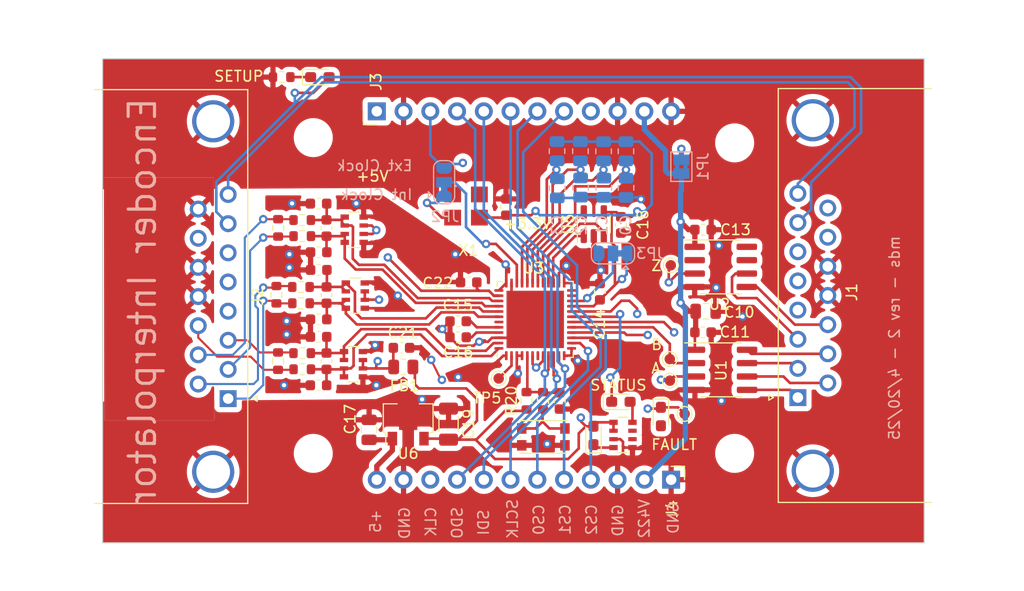
<source format=kicad_pcb>
(kicad_pcb (version 20241229) (generator "pcbnew") (generator_version "9.0")
  (layers (0 "F.Cu" signal) (4 "In1.Cu" signal) (6 "In2.Cu" signal) (2 "B.Cu" signal) (13 "F.Paste" user) (15 "B.Paste" user) (5 "F.SilkS" user "F.Silkscreen") (7 "B.SilkS" user "B.Silkscreen") (1 "F.Mask" user) (3 "B.Mask" user) (25 "Edge.Cuts" user))
  (net 0 "")
  (net 1 "Net-(RN1-R3.2)")
  (net 2 "Net-(RN1-R1.2)")
  (net 3 "Net-(RN2-R3.2)")
  (net 4 "Net-(RN2-R1.2)")
  (net 5 "Net-(RN3-R3.2)")
  (net 6 "Net-(RN3-R1.2)")
  (net 7 "GND")
  (net 8 "+3.3V")
  (net 9 "Net-(U3-VC)")
  (net 10 "Net-(U3-VREF)")
  (net 11 "+5V")
  (net 12 "CALIBRATE")
  (net 13 "AVDD")
  (net 14 "Net-(D1-A)")
  (net 15 "Net-(D2-A)")
  (net 16 "Net-(D3-K)")
  (net 17 "SETUP")
  (net 18 "Net-(D5-K)")
  (net 19 "LIMIT1")
  (net 20 "Net-(J1-P111)")
  (net 21 "Net-(J1-P9)")
  (net 24 "/COS-")
  (net 25 "/SIN-")
  (net 26 "/REF+")
  (net 28 "/COS+")
  (net 29 "/SIN+")
  (net 30 "/REF-")
  (net 32 "Net-(JP2-A)")
  (net 33 "CLOCK")
  (net 34 "Net-(JP3-C)")
  (net 35 "Net-(U3-C3)")
  (net 36 "Net-(U3-C2)")
  (net 37 "Net-(U3-C0)")
  (net 38 "STATUS")
  (net 39 "FAULT")
  (net 40 "Net-(R19-Pad1)")
  (net 41 "Net-(U3-xRST)")
  (net 42 "Z")
  (net 43 "B")
  (net 44 "A")
  (net 46 "SCL")
  (net 47 "SDA")
  (net 48 "WP")
  (net 50 "Net-(U3-C1)")
  (net 51 "Net-(J3-Pin_6)")
  (net 52 "Net-(J3-Pin_7)")
  (net 53 "Net-(J3-Pin_8)")
  (net 54 "Net-(J3-Pin_5)")
  (net 55 "Net-(J4-Pin_6)")
  (net 56 "Net-(J3-Pin_3)")
  (net 57 "Net-(J3-Pin_4)")
  (net 59 "GNDA")
  (net 60 "V_RS422")
  (net 63 "Net-(J1-P10)")
  (net 64 "Net-(U1-1Z)")
  (net 65 "Net-(U1-2Z)")
  (net 67 "Net-(U2-2Y)")
  (footprint "encoder-interpolator:R_0603_1608Metric" (layer "F.Cu") (at 165.81 66.505 90)
    (property "Reference" "R19" (hide yes))
    (property "Value" "R1K")
  )
  (footprint "encoder-interpolator:TestPoint_Pad_D1.0mm" (layer "F.Cu") (at 161.6 64.38)
    (property "Reference" "TP5")
    (property "Value" "TestPoint")
  )
  (footprint "encoder-interpolator:R_Array_Convex_4x0603" (layer "F.Cu") (at 173.4 69.75 180)
    (property "Reference" "RN4" (hide yes))
    (property "Value" "R20K")
  )
  (footprint "encoder-interpolator:DSUB-15_Male_Horizontal_P2.77x2.84mm_EdgePinOffset9.90mm_Housed_MountingHolesOffset11.32mm" (layer "F.Cu") (at 190 66.195 90)
    (property "Reference" "J1")
    (property "Value" "DA15_Receptacle_MountingHoles")
  )
  (footprint "encoder-interpolator:MountingHole_3.2mm_M3" (layer "F.Cu") (at 144 71.5)
    (property "Reference" "H3" (hide yes))
    (property "Value" "MountingHole")
  )
  (footprint "encoder-interpolator:R_Array_Convex_4x0603" (layer "F.Cu") (at 147.815 63.03 180)
    (property "Reference" "RN3" (hide yes))
    (property "Value" "R10K")
  )
  (footprint "encoder-interpolator:LED_0603_1608Metric_Pad1.05x0.95mm_HandSolder" (layer "F.Cu") (at 144.625 35.75)
    (property "Reference" "D3" (hide yes))
    (property "Value" "LED" (hide yes))
  )
  (footprint "encoder-interpolator:C_0603_1608Metric" (layer "F.Cu") (at 152.375 61.47)
    (property "Reference" "C21")
    (property "Value" "1uF")
  )
  (footprint "encoder-interpolator:R_Array_Convex_4x0603" (layer "F.Cu") (at 147.885 50.25 180)
    (property "Reference" "RN2" (hide yes))
    (property "Value" "R10K")
  )
  (footprint "encoder-interpolator:TestPoint_Pad_D1.0mm" (layer "F.Cu") (at 177.855 64.59)
    (property "Reference" "TP2" (hide yes))
    (property "Value" "TestPoint")
  )
  (footprint "encoder-interpolator:C_0603_1608Metric" (layer "F.Cu") (at 145.255 50.09 90)
    (property "Reference" "C2" (hide yes))
    (property "Value" "47pF")
  )
  (footprint "encoder-interpolator:MountingHole_3.2mm_M3" (layer "F.Cu") (at 184 71.5)
    (property "Reference" "H2" (hide yes))
    (property "Value" "MountingHole")
  )
  (footprint "encoder-interpolator:PinHeader_1x12_P2.54mm_Horizontal" (layer "F.Cu") (at 150.03 39 90)
    (property "Reference" "J3")
    (property "Value" "Conn_01x12")
  )
  (footprint "encoder-interpolator:C_0603_1608Metric" (layer "F.Cu") (at 167.39 66.515 -90)
    (property "Reference" "C20" (hide yes))
    (property "Value" "0.1uF")
  )
  (footprint "encoder-interpolator:SOIC-8_3.9x4.9mm_P1.27mm" (layer "F.Cu") (at 182.705 63.56)
    (property "Reference" "U1")
    (property "Value" "UA9638C")
  )
  (footprint "encoder-interpolator:MountingHole_3.2mm_M3" (layer "F.Cu") (at 184 42)
    (property "Reference" "H1" (hide yes))
    (property "Value" "MountingHole")
  )
  (footprint "encoder-interpolator:C_0603_1608Metric" (layer "F.Cu") (at 144.495 65.03 180)
    (property "Reference" "C6" (hide yes))
    (property "Value" "470pF")
  )
  (footprint "encoder-interpolator:SOIC-8_3.9x4.9mm_P1.27mm" (layer "F.Cu") (at 182.68 53.78)
    (property "Reference" "U2")
    (property "Value" "UA9638C")
  )
  (footprint "encoder-interpolator:R_0603_1608Metric" (layer "F.Cu") (at 140.665 50.075 90)
    (property "Reference" "R2" (hide yes))
    (property "Value" "120R")
  )
  (footprint "encoder-interpolator:C_0603_1608Metric" (layer "F.Cu") (at 144.515 52.39 180)
    (property "Reference" "C8" (hide yes))
    (property "Value" "470pF")
  )
  (footprint "encoder-interpolator:C_0603_1608Metric" (layer "F.Cu") (at 145.255 62.74 -90)
    (property "Reference" "C3" (hide yes))
    (property "Value" "47pF")
  )
  (footprint "encoder-interpolator:DSUB-15_Female_Horizontal_P2.77x2.84mm_EdgePinOffset9.90mm_Housed_MountingHolesOffset11.32mm" (layer "F.Cu") (at 135.92 66.295 -90)
    (property "Reference" "J2")
    (property "Value" "DA15_Receptacle_MountingHoles")
  )
  (footprint "encoder-interpolator:C_0805_2012Metric" (layer "F.Cu") (at 181.25 58 180)
    (property "Reference" "C10")
    (property "Value" "10uF")
  )
  (footprint "encoder-interpolator:TestPoint_Pad_D1.0mm" (layer "F.Cu") (at 177.94 53.63)
    (property "Reference" "TP3" (hide yes))
    (property "Value" "TestPoint")
  )
  (footprint "encoder-interpolator:C_0603_1608Metric" (layer "F.Cu") (at 181 50.25 180)
    (property "Reference" "C13")
    (property "Value" "0.1uF")
  )
  (footprint "encoder-interpolator:C_0603_1608Metric" (layer "F.Cu") (at 157.75 58.95 180)
    (property "Reference" "C15")
    (property "Value" "0.1uF")
  )
  (footprint "encoder-interpolator:R_0805_2012Metric" (layer "F.Cu") (at 152.545 63.29 180)
    (property "Reference" "FB1")
    (property "Value" "FerriteBead_Small")
  )
  (footprint "encoder-interpolator:PinHeader_1x12_P2.54mm_Horizontal" (layer "F.Cu") (at 177.97 74 -90)
    (property "Reference" "J4")
    (property "Value" "Conn_01x12")
  )
  (footprint "encoder-interpolator:C_0603_1608Metric" (layer "F.Cu") (at 144.5 47.77 180)
    (property "Reference" "C5" (hide yes))
    (property "Value" "470pF")
  )
  (footprint "encoder-interpolator:Oscillator5x3.2mm" (layer "F.Cu") (at 158.5 48 180)
    (property "Reference" "X1")
    (property "Value" "DSC1001BE5-024.0000" (hide yes))
  )
  (footprint "encoder-interpolator:C_0603_1608Metric" (layer "F.Cu") (at 171.21 56.14 90)
    (property "Reference" "C14")
    (property "Value" "0.1uF" (hide yes))
  )
  (footprint "encoder-interpolator:R_0603_1608Metric" (layer "F.Cu") (at 142.955 50.86)
    (property "Reference" "R6" (hide yes))
    (property "Value" "R1K")
  )
  (footprint "encoder-interpolator:C_0603_1608Metric" (layer "F.Cu") (at 144.51 58.77 180)
    (property "Reference" "C7" (hide yes))
    (property "Value" "470pF")
  )
  (footprint "encoder-interpolator:R_0603_1608Metric" (layer "F.Cu") (at 140.655 62.735 -90)
    (property "Reference" "R3" (hide yes))
    (property "Value" "120R")
  )
  (footprint "encoder-interpolator:QFN-48-1EP_7x7mm_P0.5mm_EP5.45x5.45mm" (layer "F.Cu") (at 165.07 58.77 90)
    (property "Reference" "U3")
    (property "Value" "ICTW8")
  )
  (footprint "encoder-interpolator:R_0603_1608Metric" (layer "F.Cu") (at 142.955 63.51)
    (property "Reference" "R9" (hide yes))
    (property "Value" "R1K")
  )
  (footprint "encoder-interpolator:TestPoint_Pad_D1.0mm" (layer "F.Cu") (at 179.25 67.75)
    (property "Reference" "TP4" (hide yes))
    (property "Value" "TestPoint" (hide yes))
  )
  (footprint "encoder-interpolator:C_0603_1608Metric" (layer "F.Cu") (at 173.21 49.79 -90)
    (property "Reference" "C18")
    (property "Value" "0.1uF")
  )
  (footprint "encoder-interpolator:C_0603_1608Metric" (layer "F.Cu") (at 144.52 54.07 180)
    (property "Reference" "C4" (hide yes))
    (property "Value" "470pF")
  )
  (footprint "encoder-interpolator:R_0603_1608Metric" (layer "F.Cu") (at 142.835 57.24)
    (property "Reference" "R4" (hide yes))
    (property "Value" "R1K")
  )
  (footprint "encoder-interpolator:MountingHole_3.2mm_M3" (layer "F.Cu") (at 144 41.5)
    (property "Reference" "H4" (hide yes))
    (property "Value" "MountingHole")
  )
  (footprint "encoder-interpolator:SOT-89-3" (layer "F.Cu") (at 153.01 68.15 90)
    (property "Reference" "U6")
    (property "Value" "MCP1754S-3302xMB" (hide yes))
  )
  (footprint "encoder-interpolator:C_0603_1608Metric" (layer "F.Cu") (at 157.75 60.47 180)
    (property "Reference" "C16")
    (property "Value" "0.1uF")
  )
  (footprint "encoder-interpolator:LED_0603_1608Metric_Pad1.05x0.95mm_HandSolder" (layer "F.Cu") (at 173.2 66.6)
    (property "Reference" "D2" (hide yes))
    (property "Value" "LED")
  )
  (footprint "encoder-interpolator:R_0603_1608Metric" (layer "F.Cu") (at 140.5 56.425 90)
    (property "Reference" "R1" (hide yes))
    (property "Value" "120R")
  )
  (footprint "encoder-interpolator:C_0603_1608Metric" (layer "F.Cu") (at 144.505 60.43 180)
    (property "Reference" "C9" (hide yes))
    (property "Value" "470pF")
  )
  (footprint "encoder-interpolator:R_0603_1608Metric" (layer "F.Cu") (at 164.24 66.505 90)
    (property "Reference" "R20")
    (property "Value" "R20K")
  )
  (footprint "encoder-interpolator:C_0603_1608Metric" (layer "F.Cu") (at 162.3 48.1 90)
    (property "Reference" "C12" (hide yes))
    (property "Value" "0.1uF")
  )
  (footprint "encoder-interpolator:R_0603_1608Metric" (layer "F.Cu") (at 142.95 49.33)
    (property "Reference" "R7" (hide yes))
    (property "Value" "R1K")
  )
  (footprint "encoder-interpolator:LED_0603_1608Metric_Pad1.05x0.95mm_HandSolder" (layer "F.Cu") (at 170.6 69.8 90)
    (property "Reference" "D5" (hide yes))
    (property "Value" "LED")
  )
  (footprint "encoder-interpolator:R_Array_Convex_4x0603" (layer "F.Cu") (at 147.99 56.51 180)
    (property "Reference" "RN1" (hide yes))
    (property "Value" "R10K")
  )
  (footprint "encoder-interpolator:SW_Push_1P1T_NO_CK_KMR2" (layer "F.Cu") (at 165.84 69.935 180)
    (property "Reference" "SW1" (hide yes))
    (property "Value" "SW_Push")
  )
  (footprint "encoder-interpolator:LED_0603_1608Metric_Pad1.05x0.95mm_HandSolder" (layer "F.Cu") (at 177 68 -90)
    (property "Reference" "D1" (hide yes))
    (property "Value" "LED" (hide yes))
  )
  (footprint "encoder-interpolator:C_1206_3216Metric" (layer "F.Cu") (at 156.84 68.72 90)
    (property "Reference" "C19")
    (property "Value" "22uF")
  )
  (footprint "encoder-interpolator:R_0603_1608Metric" (layer "F.Cu") (at 142.945 61.98)
    (property "Reference" "R8" (hide yes))
    (property "Value" "R1K")
  )
  (footprint "encoder-interpolator:R_0603_1608Metric" (layer "F.Cu") (at 142.83 55.69)
    (property "Reference" "R5" (hide yes))
    (property "Value" "R1K")
  )
  (footprint "encoder-interpolator:C_0603_1608Metric" (layer "F.Cu") (at 145.26 56.46 90)
    (property "Reference" "C1" (hide yes))
    (property "Value" "47pF")
  )
  (footprint "encoder-interpolator:TestPoint_Pad_D1.0mm" (layer "F.Cu") (at 177.845 62.54)
    (property "Reference" "TP1" (hide yes))
    (property "Value" "TestPoint")
  )
  (footprint "encoder-interpolator:SOT-23-5" (layer "F.Cu") (at 170.63 49.72 90)
    (property "Reference" "U5")
    (property "Value" "24AA02-OT")
  )
  (footprint "encoder-interpolator:C_0603_1608Metric" (layer "F.Cu") (at 181 60 180)
    (property "Reference" "C11")
    (property "Value" "0.1uF")
  )
  (footprint "encoder-interpolator:C_0805_2012Metric" (layer "F.Cu") (at 149.3 69.26 90)
    (property "Reference" "C17")
    (property "Value" "10uF")
  )
  (footprint "encoder-interpolator:R_0603_1608Metric" (layer "F.Cu") (at 141 35.75)
    (property "Reference" "R21" (hide yes))
    (property "Value" "20K" (hide yes))
  )
  (footprint "encoder-interpolator:C_0603_1608Metric" (layer "F.Cu") (at 158.75 55.25 180)
    (property "Reference" "C22")
    (property "Value" "0.1uF")
  )
  (footprint "encoder-interpolator:SolderJumper-3_P1.3mm_Bridged12_RoundedPad1.0x1.5mm" (layer "B.Cu") (at 172.45 52.5 180)
    (property "Reference" "JP3")
    (property "Value" "SolderJumper_3_Bridged12" (hide yes))
  )
  (footprint "encoder-interpolator:R_0805_2012Metric" (layer "B.Cu") (at 169.38 46.24 -90)
    (property "Reference" "R13" (hide yes))
    (property "Value" "R")
  )
  (footprint "encoder-interpolator:R_0805_2012Metric" (layer "B.Cu") (at 171.58 46.26 -90)
    (property "Reference" "R15" (hide yes))
    (property "Value" "R")
  )
  (footprint "encoder-interpolator:SolderJumper-2_P1.3mm_Bridged2Bar_Pad1.0x1.5mm" (layer "B.Cu") (at 178.943 44.2572 -90)
    (property "Reference" "JP1")
    (property "Value" "Jumper_2_Bridged" (hide yes))
  )
  (footprint "encoder-interpolator:R_0805_2012Metric" (layer "B.Cu") (at 173.68 42.795 -90)
    (property "Reference" "R16" (hide yes))
    (property "Value" "10K")
  )
  (footprint "encoder-interpolator:R_0805_2012Metric" (layer "B.Cu") (at 169.36 42.79 -90)
    (property "Reference" "R12" (hide yes))
    (property "Value" "R")
  )
  (footprint "encoder-interpolator:SolderJumper-3_P1.3mm_Bridged12_RoundedPad1.0x1.5mm" (layer "B.Cu") (at 156.42 45.74 90)
    (property "Reference" "JP2")
    (property "Value" "SolderJumper_3_Bridged12" (hide yes))
  )
  (footprint "encoder-interpolator:R_0805_2012Metric" (layer "B.Cu") (at 171.56 42.8 -90)
    (property "Reference" "R14" (hide yes))
    (property "Value" "R")
  )
  (footprint "encoder-interpolator:R_0805_2012Metric" (layer "B.Cu") (at 167.14 42.7875 -90)
    (property "Reference" "R10" (hide yes))
    (property "Value" "R")
  )
  (footprint "encoder-interpolator:R_0805_2012Metric" (layer "B.Cu") (at 167.16 46.3175 -90)
    (property "Reference" "R11" (hide yes))
    (property "Value" "R")
  )
  (footprint "encoder-interpolator:R_0805_2012Metric" (layer "B.Cu") (at 173.69 46.27 -90)
    (property "Reference" "R17" (hide yes))
    (property "Value" "4.99K")
  )
  (gr_line (start 156.25 64.75) (end 155.25 62.75) (stroke (width 0.2)) (layer "F.Cu"))
  (gr_rect (start 124 34) (end 202 80) (stroke (width 0.1)) (fill no) (layer "Edge.Cuts"))
  (gr_text "+3.3V" (at 162 50.25 0) (layer "F.SilkS") (effects (font (size 1 1)) (justify left bottom)))
  (gr_text "Z" (at 176 54.25 0) (layer "F.SilkS") (effects (font (size 1 1)) (justify left bottom)))
  (gr_text "A" (at 176 64 0) (layer "F.SilkS") (effects (font (size 1 1)) (justify left bottom)))
  (gr_text "B" (at 176 61.75 0) (layer "F.SilkS") (effects (font (size 1 1)) (justify left bottom)))
  (gr_text "FAULT" (at 176 71.25 0) (layer "F.SilkS") (effects (font (size 1 1)) (justify left bottom)))
  (gr_text "STATUS" (at 170.2 65.6 0) (layer "F.SilkS") (effects (font (size 1 1)) (justify left bottom)))
  (gr_text "SETUP" (at 134.5 36.25 0) (layer "F.SilkS") (effects (font (size 1 1)) (justify left bottom)))
  (gr_text "+5V" (at 148 45.75 0) (layer "F.SilkS") (effects (font (size 1 1)) (justify left bottom)))
  (gr_text "Ext Clock" (at 153.5 44.75 0) (layer "B.SilkS") (effects (font (size 1 1)) (justify left bottom mirror)))
  (gr_text "V422" (at 176 75.75 90) (layer "B.SilkS") (effects (font (size 1 1)) (justify left bottom mirror)))
  (gr_text "CLK" (at 155.75 76.5 90) (layer "B.SilkS") (effects (font (size 1 1)) (justify left bottom mirror)))
  (gr_text "SCLK" (at 163.5 75.75 90) (layer "B.SilkS") (effects (font (size 1 1)) (justify left bottom mirror)))
  (gr_text "C0" (at 174.25 48.75 90) (layer "B.SilkS") (effects (font (size 1 1)) (justify left bottom mirror)))
  (gr_text "CS2" (at 171 76.25 90) (layer "B.SilkS") (effects (font (size 1 1)) (justify left bottom mirror)))
  (gr_text "C1" (at 172 48.75 90) (layer "B.SilkS") (effects (font (size 1 1)) (justify left bottom mirror)))
  (gr_text "+5" (at 150.5 76.75 90) (layer "B.SilkS") (effects (font (size 1 1)) (justify left bottom mirror)))
  (gr_text "GND" (at 173.5 76.25 90) (layer "B.SilkS") (effects (font (size 1 1)) (justify left bottom mirror)))
  (gr_text "CS1" (at 168.5 76.25 90) (layer "B.SilkS") (effects (font (size 1 1)) (justify left bottom mirror)))
  (gr_text "mds - rev 2 - 4/20/25" (at 199.75 50.75 90) (layer "B.SilkS") (effects (font (size 1 1)) (justify left bottom mirror)))
  (gr_text "GND" (at 178.75 76 90) (layer "B.SilkS") (effects (font (size 1 1)) (justify left bottom mirror)))
  (gr_text "CS0" (at 166 76.25 90) (layer "B.SilkS") (effects (font (size 1 1)) (justify left bottom mirror)))
  (gr_text "SDI" (at 160.75 76.75 90) (layer "B.SilkS") (effects (font (size 1 1)) (justify left bottom mirror)))
  (gr_text "SDO" (at 158.25 76.5 90) (layer "B.SilkS") (effects (font (size 1 1)) (justify left bottom mirror)))
  (gr_text "C3" (at 167.75 48.75 90) (layer "B.SilkS") (effects (font (size 1 1)) (justify left bottom mirror)))
  (gr_text "C2" (at 170 48.75 90) (layer "B.SilkS") (effects (font (size 1 1)) (justify left bottom mirror)))
  (gr_text "GND" (at 153.25 76.5 90) (layer "B.SilkS") (effects (font (size 1 1)) (justify left bottom mirror)))
  (gr_text "Encoder Interpolator" (at 129.25 37.5 90) (layer "B.SilkS") (effects (font (size 2.5 2.5) (thickness 0.3)) (justify left bottom mirror)))
  (gr_text "Int Clock" (at 153.5 47.5 0) (layer "B.SilkS") (effects (font (size 1 1)) (justify left bottom mirror)))
  (segment (start 145.295 55.65) (end 145.26 55.685) (width 0.25) (layer "F.Cu") (net 1))
  (segment (start 145.26 55.685) (end 146.665 55.685) (width 0.25) (layer "F.Cu") (net 1))
  (segment (start 146.665 55.685) (end 146.715 55.685) (width 0.25) (layer "F.Cu") (net 1))
  (segment (start 146.715 55.685) (end 147.09 55.31) (width 0.25) (layer "F.Cu") (net 1))
  (segment (start 147.955 58.075) (end 147.955 56.175) (width 0.25) (layer "F.Cu") (net 1))
  (segment (start 147.955 56.175) (end 147.09 55.31) (width 0.25) (layer "F.Cu") (net 1))
  (segment (start 159.75 57.652399) (end 155.707601 57.652399) (width 0.25) (layer "F.Cu") (net 1))
  (segment (start 146.665 55.685) (end 147.09 56.11) (width 0.25) (layer "F.Cu") (net 1))
  (segment (start 161.62 58.02) (end 160.117601 58.02) (width 0.25) (layer "F.Cu") (net 1))
  (segment (start 145.295 54.07) (end 145.295 55.65) (width 0.25) (layer "F.Cu") (net 1))
  (segment (start 154.686 58.674) (end 148.554 58.674) (width 0.25) (layer "F.Cu") (net 1))
  (segment (start 143.655 55.69) (end 145.255 55.69) (width 0.25) (layer "F.Cu") (net 1))
  (segment (start 155.707601 57.652399) (end 154.686 58.674) (width 0.25) (layer "F.Cu") (net 1))
  (segment (start 148.554 58.674) (end 147.955 58.075) (width 0.25) (layer "F.Cu") (net 1))
  (segment (start 160.117601 58.02) (end 159.75 57.652399) (width 0.25) (layer "F.Cu") (net 1))
  (segment (start 145.255 55.69) (end 145.26 55.685) (width 0.25) (layer "F.Cu") (net 1))
  (segment (start 159.25 58.1019) (end 156.1471 58.1019) (width 0.25) (layer "F.Cu") (net 2))
  (segment (start 146.615 57.235) (end 147.09 57.71) (width 0.25) (layer "F.Cu") (net 2))
  (segment (start 156.1471 58.1019) (end 154.998499 59.250501) (width 0.25) (layer "F.Cu") (net 2))
  (segment (start 159.6681 58.52) (end 159.25 58.1019) (width 0.25) (layer "F.Cu") (net 2))
  (segment (start 161.62 58.52) (end 159.6681 58.52) (width 0.25) (layer "F.Cu") (net 2))
  (segment (start 146.765 57.235) (end 147.09 56.91) (width 0.25) (layer "F.Cu") (net 2))
  (segment (start 143.66 57.24) (end 145.255 57.24) (width 0.25) (layer "F.Cu") (net 2))
  (segment (start 146.431 57.235) (end 146.765 57.235) (width 0.25) (layer "F.Cu") (net 2))
  (segment (start 148.130501 59.250501) (end 147.09 58.21) (width 0.25) (layer "F.Cu") (net 2))
  (segment (start 145.285 58.77) (end 145.285 57.26) (width 0.25) (layer "F.Cu") (net 2))
  (segment (start 145.255 57.24) (end 145.26 57.235) (width 0.25) (layer "F.Cu") (net 2))
  (segment (start 154.998499 59.250501) (end 148.130501 59.250501) (width 0.25) (layer "F.Cu") (net 2))
  (segment (start 145.26 57.235) (end 146.431 57.235) (width 0.25) (layer "F.Cu") (net 2))
  (segment (start 147.09 58.21) (end 147.09 57.71) (width 0.25) (layer "F.Cu") (net 2))
  (segment (start 146.431 57.235) (end 146.615 57.235) (width 0.25) (layer "F.Cu") (net 2))
  (segment (start 145.285 57.26) (end 145.26 57.235) (width 0.25) (layer "F.Cu") (net 2))
  (segment (start 146.72 49.315) (end 146.72 49.585) (width 0.25) (layer "F.Cu") (net 3))
  (segment (start 153.914288 56.75) (end 160.710804 56.75) (width 0.25) (layer "F.Cu") (net 3))
  (segment (start 147.635 49.85) (end 147.767 49.982) (width 0.25) (layer "F.Cu") (net 3))
  (segment (start 147.767 51.618712) (end 147.75 51.635712) (width 0.25) (layer "F.Cu") (net 3))
  (segment (start 145.255 49.315) (end 146.72 49.315) (width 0.25) (layer "F.Cu") (net 3))
  (segment (start 147.767 49.982) (end 147.767 51.618712) (width 0.25) (layer "F.Cu") (net 3))
  (segment (start 143.775 49.33) (end 145.24 49.33) (width 0.25) (layer "F.Cu") (net 3))
  (segment (start 146.985 49.85) (end 147.635 49.85) (width 0.25) (layer "F.Cu") (net 3))
  (segment (start 148.333998 53.583998) (end 150.748286 53.583998) (width 0.25) (layer "F.Cu") (net 3))
  (segment (start 145.275 47.77) (end 145.275 49.295) (width 0.25) (layer "F.Cu") (net 3))
  (segment (start 147.75 53) (end 148.333998 53.583998) (width 0.25) (layer "F.Cu") (net 3))
  (segment (start 150.748286 53.583998) (end 153.914288 56.75) (width 0.25) (layer "F.Cu") (net 3))
  (segment (start 160.710804 56.75) (end 160.980804 57.02) (width 0.25) (layer "F.Cu") (net 3))
  (segment (start 160.980804 57.02) (end 161.62 57.02) (width 0.25) (layer "F.Cu") (net 3))
  (segment (start 147.75 51.635712) (end 147.75 53) (width 0.25) (layer "F.Cu") (net 3))
  (segment (start 145.275 49.295) (end 145.255 49.315) (width 0.25) (layer "F.Cu") (net 3))
  (segment (start 145.24 49.33) (end 145.255 49.315) (width 0.25) (layer "F.Cu") (net 3))
  (segment (start 146.72 49.315) (end 146.985 49.05) (width 0.25) (layer "F.Cu") (net 3))
  (segment (start 146.72 49.585) (end 146.985 49.85) (width 0.25) (layer "F.Cu") (net 3))
  (segment (start 153.731496 57.202898) (end 160 57.202898) (width 0.25) (layer "F.Cu") (net 4))
  (segment (start 146.77 50.865) (end 146.985 50.65) (width 0.25) (layer "F.Cu") (net 4))
  (segment (start 145.255 50.865) (end 146.77 50.865) (width 0.25) (layer "F.Cu") (net 4))
  (segment (start 146.985 51.45) (end 146.985 52.985) (width 0.25) (layer "F.Cu") (net 4))
  (segment (start 146.985 52.985) (end 148.033499 54.033499) (width 0.25) (layer "F.Cu") (net 4))
  (segment (start 145.255 52.355) (end 145.29 52.39) (width 0.25) (layer "F.Cu") (net 4))
  (segment (start 145.25 50.86) (end 145.255 50.865) (width 0.25) (layer "F.Cu") (net 4))
  (segment (start 146.985 51.45) (end 146.985 50.65) (width 0.25) (layer "F.Cu") (net 4))
  (segment (start 148.033499 54.033499) (end 150.562097 54.033499) (width 0.25) (layer "F.Cu") (net 4))
  (segment (start 145.255 50.865) (end 145.255 52.355) (width 0.25) (layer "F.Cu") (net 4))
  (segment (start 160 57.202898) (end 160.317102 57.52) (width 0.25) (layer "F.Cu") (net 4))
  (segment (start 143.78 50.86) (end 145.25 50.86) (width 0.25) (layer "F.Cu") (net 4))
  (segment (start 150.562097 54.033499) (end 153.731496 57.202898) (width 0.25) (layer "F.Cu") (net 4))
  (segment (start 160.317102 57.52) (end 161.62 57.52) (width 0.25) (layer "F.Cu") (net 4))
  (segment (start 145.255 61.965) (end 146.78 61.965) (width 0.25) (layer "F.Cu") (net 5))
  (segment (start 145.255 61.965) (end 145.255 60.455) (width 0.25) (layer "F.Cu") (net 5))
  (segment (start 146.78 61.965) (end 146.915 61.83) (width 0.25) (layer "F.Cu") (net 5))
  (segment (start 161.111598 61.02) (end 161.62 61.02) (width 0.25) (layer "F.Cu") (net 5))
  (segment (start 146.915 62.63) (end 146.915 62.1) (width 0.25) (layer "F.Cu") (net 5))
  (segment (start 146.915 61.83) (end 146.915 61.33) (width 0.25) (layer "F.Cu") (net 5))
  (segment (start 143.77 61.98) (end 145.24 61.98) (width 0.25) (layer "F.Cu") (net 5))
  (segment (start 160.381598 61.75) (end 161.111598 61.02) (width 0.25) (layer "F.Cu") (net 5))
  (segment (start 156.326802 61.326802) (end 156.75 61.75) (width 0.25) (layer "F.Cu") (net 5))
  (segment (start 154.696002 59.700002) (end 156.322802 61.326802) (width 0.25) (layer "F.Cu") (net 5))
  (segment (start 145.255 60.455) (end 145.28 60.43) (width 0.25) (layer "F.Cu") (net 5))
  (segment (start 156.322802 61.326802) (end 156.326802 61.326802) (width 0.25) (layer "F.Cu") (net 5))
  (segment (start 146.915 61.33) (end 148.544998 59.700002) (width 0.25) (layer "F.Cu") (net 5))
  (segment (start 145.24 61.98) (end 145.255 61.965) (width 0.25) (layer "F.Cu") (net 5))
  (segment (start 146.915 62.1) (end 146.78 61.965) (width 0.25) (layer "F.Cu") (net 5))
  (segment (start 156.75 61.75) (end 160.381598 61.75) (width 0.25) (layer "F.Cu") (net 5))
  (segment (start 148.544998 59.700002) (end 154.696002 59.700002) (width 0.25) (layer "F.Cu") (net 5))
  (segment (start 146.915 64.23) (end 146.915 63.43) (width 0.25) (layer "F.Cu") (net 6))
  (segment (start 147.828 61.468) (end 149.098 60.198) (width 0.25) (layer "F.Cu") (net 6))
  (segment (start 146.83 63.515) (end 146.915 63.43) (width 0.25) (layer "F.Cu") (net 6))
  (segment (start 146.915 63.43) (end 147.565 63.43) (width 0.25) (layer "F.Cu") (net 6))
  (segment (start 145.255 63.515) (end 146.83 63.515) (width 0.25) (layer "F.Cu") (net 6))
  (segment (start 147.565 63.43) (end 147.828 63.167) (width 0.25) (layer "F.Cu") (net 6))
  (segment (start 145.255 65.015) (end 145.27 65.03) (width 0.25) (layer "F.Cu") (net 6))
  (segment (start 160.89 62.25) (end 161.62 61.52) (width 0.25) (layer "F.Cu") (net 6))
  (segment (start 145.255 63.515) (end 145.255 65.015) (width 0.25) (layer "F.Cu") (net 6))
  (segment (start 149.098 60.198) (end 154.178 60.198) (width 0.25) (layer "F.Cu") (net 6))
  (segment (start 156.23 62.25) (end 160.89 62.25) (width 0.25) (layer "F.Cu") (net 6))
  (segment (start 145.25 63.51) (end 145.255 63.515) (width 0.25) (layer "F.Cu") (net 6))
  (segment (start 143.78 63.51) (end 145.25 63.51) (width 0.25) (layer "F.Cu") (net 6))
  (segment (start 154.178 60.198) (end 156.23 62.25) (width 0.25) (layer "F.Cu") (net 6))
  (segment (start 147.828 63.167) (end 147.828 61.468) (width 0.25) (layer "F.Cu") (net 6))
  (segment (start 165.165408 63.3476) (end 165.1508 63.3476) (width 0.25) (layer "F.Cu") (net 7))
  (segment (start 173.4 70.4) (end 173.4 70.8) (width 0.25) (layer "F.Cu") (net 7))
  (segment (start 168.52 60.52) (end 170.5782 60.52) (width 0.25) (layer "F.Cu") (net 7))
  (segment (start 168.52 62.1856) (end 168.5544 62.22) (width 0.25) (layer "F.Cu") (net 7))
  (segment (start 167.32 55.32) (end 167.32 54.366459) (width 0.25) (layer "F.Cu") (net 7))
  (segment (start 163.32 62.22) (end 163.82 62.22) (width 0.25) (layer "F.Cu") (net 7))
  (segment (start 172.5 70.15) (end 173.15 70.15) (width 0.25) (layer "F.Cu") (net 7))
  (segment (start 167.82 62.22) (end 168.5544 62.22) (width 0.25) (layer "F.Cu") (net 7))
  (segment (start 162.32 53.608) (end 162.2552 53.5432) (width 0.25) (layer "F.Cu") (net 7))
  (segment (start 165.82 62.693008) (end 165.165408 63.3476) (width 0.25) (layer "F.Cu") (net 7))
  (segment (start 165.82 62.22) (end 165.82 62.693008) (width 0.25) (layer "F.Cu") (net 7))
  (segment (start 171.21 55.365) (end 171.21 54.1896) (width 0.25) (layer "F.Cu") (net 7))
  (segment (start 168.646 62.22) (end 169.1132 62.6872) (width 0.25) (layer "F.Cu") (net 7))
  (segment (start 163.32 62.22) (end 163.32 63.8028) (width 0.25) (layer "F.Cu") (net 7))
  (segment (start 173.4 70.8) (end 173.4 71.8) (width 0.25) (layer "F.Cu") (net 7))
  (segment (start 168.5544 62.22) (end 168.646 62.22) (width 0.25) (layer "F.Cu") (net 7))
  (segment (start 173.55 70.95) (end 174.3 70.95) (width 0.25) (layer "F.Cu") (net 7))
  (segment (start 162.0366 62.22) (end 161.417 62.8396) (width 0.25) (layer "F.Cu") (net 7))
  (segment (start 162.32 55.32) (end 162.32 53.608) (width 0.25) (layer "F.Cu") (net 7))
  (segment (start 170.5782 60.52) (end 171.0182 60.96) (width 0.25) (layer "F.Cu") (net 7))
  (segment (start 168.52 56.52) (end 168.52 56.02) (width 0.25) (layer "F.Cu") (net 7))
  (segment (start 163.32 63.8028) (end 163.4236 63.9064) (width 0.25) (layer "F.Cu") (net 7))
  (segment (start 173.4 70.8) (end 173.55 70.95) (width 0.25) (layer "F.Cu") (net 7))
  (segment (start 161.62 56.02) (end 162.32 55.32) (width 0.25) (layer "F.Cu") (net 7))
  (segment (start 171.21 54.1896) (end 171.2976 54.102) (width 0.25) (layer "F.Cu") (net 7))
  (segment (start 162.32 62.22) (end 162.0366 62.22) (width 0.25) (layer "F.Cu") (net 7))
  (segment (start 167.32 54.366459) (end 168.010229 53.67623) (width 0.25) (layer "F.Cu") (net 7))
  (segment (start 153.01 70.0125) (end 153.01 67.6906) (width 0.25) (layer "F.Cu") (net 7))
  (segment (start 164.82 63.0168) (end 165.1508 63.3476) (width 0.25) (layer "F.Cu") (net 7))
  (segment (start 173.15 70.15) (end 173.4 70.4) (width 0.25) (layer "F.Cu") (net 7))
  (segment (start 153.01 67.6906) (end 154.3304 66.3702) (width 0.25) (layer "F.Cu") (net 7))
  (segment (start 168.52 61.52) (end 168.52 62.1856) (width 0.25) (layer "F.Cu") (net 7))
  (segment (start 164.82 62.22) (end 164.82 63.0168) (width 0.25) (layer "F.Cu") (net 7))
  (via (at 168.010229 53.67623) (size 0.8) (drill 0.4) (layers "F.Cu" "B.Cu") (net 7))
  (via (at 184.75 58.5) (size 0.8) (drill 0.4) (layers "F.Cu" "B.Cu") (net 7))
  (via (at 171.2976 54.102) (size 0.8) (drill 0.4) (layers "F.Cu" "B.Cu") (net 7))
  (via (at 182.75 66.5) (size 0.8) (drill 0.4) (layers "F.Cu" "B.Cu") (net 7))
  (via (at 162.2552 53.5432) (size 0.8) (drill 0.4) (layers "F.Cu" "B.Cu") (net 7))
  (via (at 166.2 70.6) (size 0.8) (drill 0.4) (layers "F.Cu" "B.Cu") (net 7))
  (via (at 175.1076 47.3456) (size 0.8) (drill 0.4) (layers "F.Cu" "B.Cu") (net 7))
  (via (at 156.21 64.516) (size 0.8) (drill 0.4) (layers "F.Cu" "B.Cu") (net 7))
  (via (at 163.4236 63.9064) (size 0.8) (drill 0.4) (layers "F.Cu" "B.Cu") (net 7))
  (via (at 157.75 64.25) (size 0.8) (drill 0.4) (layers "F.Cu" "B.Cu") (net 7))
  (via (at 182.5 51.75) (size 0.8) (drill 0.4) (layers "F.Cu" "B.Cu") (net 7))
  (via (at 169.1132 62.6872) (size 0.8) (drill 0.4) (layers "F.Cu" "B.Cu") (net 7))
  (via (at 165.1508 63.3476) (size 0.8) (drill 0.4) (layers "F.Cu" "B.Cu") (net 7))
  (via (at 182.25 55.75) (size 0.8) (drill 0.4) (layers "F.Cu" "B.Cu") (net 7))
  (via (at 154.3304 66.3702) (size 0.8) (drill 0.4) (layers "F.Cu" "B.Cu") (net 7))
  (segment (start 171.15 52.5) (end 171.15 53.9544) (width 0.25) (layer "B.Cu") (net 7))
  (segment (start 171.56 47.1525) (end 171.58 47.1725) (width 0.25) (layer "B.Cu") (net 7))
  (segment (start 174.9445 47.1825) (end 175.1076 47.3456) (width 0.25) (layer "B.Cu") (net 7))
  (segment (start 173.69 47.1825) (end 174.9445 47.1825) (width 0.25) (layer "B.Cu") (net 7))
  (segment (start 167.16 47.23) (end 169.3025 47.23) (width 0.25) (layer "B.Cu") (net 7))
  (segment (start 171.15 53.9544) (end 171.2976 54.102) (width 0.25) (layer "B.Cu") (net 7))
  (segment (start 173.68 47.1725) (end 173.69 47.1825) (width 0.25) (layer "B.Cu") (net 7))
  (segment (start 169.3025 47.23) (end 169.38 47.1525) (width 0.25) (layer "B.Cu") (net 7))
  (segment (start 171.58 47.1725) (end 173.68 47.1725) (width 0.25) (layer "B.Cu") (net 7))
  (segment (start 169.38 47.1525) (end 171.56 47.1525) (width 0.25) (layer "B.Cu") (net 7))
  (segment (start 159.4718 70.195) (end 162.2044 67.4624) (width 0.25) (layer "F.Cu") (net 8))
  (segment (start 174.1494 49.015) (end 174.235 49.015) (width 0.25) (layer "F.Cu") (net 8))
  (segment (start 172.3136 48.5825) (end 172.7775 48.5825) (width 0.25) (layer "F.Cu") (net 8))
  (segment (start 170.605 57.52) (end 171.21 56.915) (width 0.25) (layer "F.Cu") (net 8))
  (segment (start 156.745 70.1) (end 156.84 70.195) (width 0.25) (layer "F.Cu") (net 8))
  (segment (start 172.3136 48.5825) (end 172.3136 51.475943) (width 0.25) (layer "F.Cu") (net 8))
  (segment (start 170.975 68.55) (end 170.6 68.925) (width 0.25) (layer "F.Cu") (net 8))
  (segment (start 157.7446 70.195) (end 159.5374 68.4022) (width 0.25) (layer "F.Cu") (net 8))
  (segment (start 154.51 70.1) (end 156.745 70.1) (width 0.25) (layer "F.Cu") (net 8))
  (segment (start 161.2498 72.0344) (end 167.284399 72.0344) (width 0.25) (layer "F.Cu") (net 8))
  (segment (start 156.84 70.195) (end 157.7446 70.195) (width 0.25) (layer "F.Cu") (net 8))
  (segment (start 164.1076 67.4624) (end 164.24 67.33) (width 0.25) (layer "F.Cu") (net 8))
  (segment (start 173.21 49.015) (end 174.1494 49.015) (width 0.25) (layer "F.Cu") (net 8))
  (segment (start 169.4 68.1) (end 169.4 68.45) (width 0.25) (layer "F.Cu") (net 8))
  (segment (start 172.3428 55.7822) (end 171.21 56.915) (width 0.25) (layer "F.Cu") (net 8))
  (segment (start 172.635 55.49) (end 172.3428 55.7822) (width 0.25) (layer "F.Cu") (net 8))
  (segment (start 169.4 68.45) (end 169.875 68.925) (width 0.25) (layer "F.Cu") (net 8))
  (segment (start 153.6446 63.4771) (end 153.4575 63.29) (width 0.25) (layer "F.Cu") (net 8))
  (segment (start 162.075 49.1) (end 159.77 49.1) (width 0.25) (layer "F.Cu") (net 8))
  (segment (start 154.0256 65.3288) (end 153.6446 64.9478) (width 0.25) (layer "F.Cu") (net 8))
  (segment (start 156.84 70.195) (end 159.4104 70.195) (width 0.25) (layer "F.Cu") (net 8))
  (segment (start 159.4104 70.195) (end 161.2498 72.0344) (width 0.25) (layer "F.Cu") (net 8))
  (segment (start 159.5374 68.4022) (end 159.5374 66.3448) (width 0.25) (layer "F.Cu") (net 8))
  (segment (start 172.5 68.55) (end 170.975 68.55) (width 0.25) (layer "F.Cu") (net 8))
  (segment (start 171.58 48.5825) (end 172.3136 48.5825) (width 0.25) (layer "F.Cu") (net 8))
  (segment (start 153.6446 64.9478) (end 153.6446 63.4771) (width 0.25) (layer "F.Cu") (net 8))
  (segment (start 159.5374 66.3448) (end 158.5214 65.3288) (width 0.25) (layer "F.Cu") (net 8))
  (segment (start 167.284399 72.0344) (end 168.1906 72.0344) (width 0.25) (layer "F.Cu") (net 8))
  (segment (start 173.1848 54.9402) (end 172.3428 55.7822) (width 0.25) (layer "F.Cu") (net 8))
  (segment (start 162.3 48.875) (end 162.075 49.1) (width 0.25) (layer "F.Cu") (net 8))
  (segment (start 169.2 71.025) (end 169.2 69.6) (width 0.25) (layer "F.Cu") (net 8))
  (segment (start 172.5 69.35) (end 172.5 68.55) (width 0.25) (layer "F.Cu") (net 8))
  (segment (start 170.6 68.925) (end 169.875 68.925) (width 0.25) (layer "F.Cu") (net 8))
  (segment (start 158.5214 65.3288) (end 154.0256 65.3288) (width 0.25) (layer "F.Cu") (net 8))
  (segment (start 162.2044 67.4624) (end 164.1076 67.4624) (width 0.25) (layer "F.Cu") (net 8))
  (segment (start 164.6882 48.875) (end 162.3 48.875) (width 0.25) (layer "F.Cu") (net 8))
  (segment (start 169.875 68.925) (end 169.2 69.6) (width 0.25) (layer "F.Cu") (net 8))
  (segment (start 159.4104 70.195) (end 159.4718 70.195) (width 0.25) (layer "F.Cu") (net 8))
  (segment (start 172.3136 51.475943) (end 172.635 51.797343) (width 0.25) (layer "F.Cu") (net 8))
  (segment (start 173.3042 54.9402) (end 173.1848 54.9402) (width 0.25) (layer "F.Cu") (net 8))
  (segment (start 168.1906 72.0344) (end 169.2 71.025) (width 0.25) (layer "F.Cu") (net 8))
  (segment (start 168.52 57.52) (end 170.605 57.52) (width 0.25) (layer "F.Cu") (net 8))
  (segment (start 165.1 48.4632) (end 164.6882 48.875) (width 0.25) (layer "F.Cu") (net 8))
  (segment (start 174.235 49.015) (end 174.75 48.5) (width 0.25) (layer "F.Cu") (net 8))
  (segment (start 172.7775 48.5825) (end 173.21 49.015) (width 0.25) (layer "F.Cu") (net 8))
  (segment (start 172.635 51.797343) (end 172.635 55.49) (width 0.25) (layer "F.Cu") (net 8))
  (via (at 169.4 68.1) (size 0.8) (drill 0.4) (layers "F.Cu" "B.Cu") (net 8))
  (via (at 165.1 48.4632) (size 0.8) (drill 0.4) (layers "F.Cu" "B.Cu") (net 8))
  (via (at 174.75 48.5) (size 0.8) (drill 0.4) (layers "F.Cu" "B.Cu") (net 8))
  (via (at 173.3042 54.9402) (size 0.8) (drill 0.4) (layers "F.Cu" "B.Cu") (net 8))
  (segment (start 174.9319 41.8825) (end 173.68 41.8825) (width 0.25) (layer "B.Cu") (net 8))
  (segment (start 165.5064 48.8696) (end 165.1 48.4632) (width 0.25) (layer "B.Cu") (net 8))
  (segment (start 174.9552 41.8592) (end 174.9319 41.8825) (width 0.25) (layer "B.Cu") (net 8))
  (segment (start 176.1236 47.8536) (end 176.1236 43.0276) (width 0.25) (layer "B.Cu") (net 8))
  (segment (start 171.56 41.8875) (end 169.37 41.8875) (width 0.25) (layer "B.Cu") (net 8))
  (segment (start 175.4886 48.4886) (end 176.1236 47.8536) (width 0.25) (layer "B.Cu") (net 8))
  (segment (start 173.3042 54.9402) (end 173.75 54.4944) (width 0.25) (layer "B.Cu") (net 8))
  (segment (start 175.1076 48.8696) (end 175.4886 48.4886) (width 0.25) (layer "B.Cu") (net 8))
  (segment (start 169.36 41.8775) (end 167.1425 41.8775) (width 0.25) (layer "B.Cu") (net 8))
  (segment (start 174.2948 48.8696) (end 175.1076 48.8696) (width 0.25) (layer "B.Cu") (net 8))
  (segment (start 167.1425 41.8775) (end 167.14 41.875) (width 0.25) (layer "B.Cu") (net 8))
  (segment (start 173.68 41.8825) (end 171.565 41.8825) (width 0.25) (layer "B.Cu") (net 8))
  (segment (start 176.1236 43.0276) (end 174.9552 41.8592) (width 0.25) (layer "B.Cu") (net 8))
  (segment (start 170.4848 48.8696) (end 165.5064 48.8696) (width 0.25) (layer "B.Cu") (net 8))
  (segment (start 171.565 41.8825) (end 171.56 41.8875) (width 0.25) (layer "B.Cu") (net 8))
  (segment (start 169.37 41.8875) (end 169.36 41.8775) (width 0.25) (layer "B.Cu") (net 8))
  (segment (start 173.75 54.4944) (end 173.75 52.5) (width 0.25) (layer "B.Cu") (net 8))
  (segment (start 175.4772 48.5) (end 175.4886 48.4886) (width 0.25) (layer "B.Cu") (net 8))
  (segment (start 174.2948 48.8696) (end 170.4848 48.8696) (width 0.25) (layer "B.Cu") (net 8))
  (segment (start 174.75 48.5) (end 175.4772 48.5) (width 0.25) (layer "B.Cu") (net 8))
  (segment (start 158.95 58.95) (end 158.525 58.95) (width 0.25) (layer "F.Cu") (net 9))
  (segment (start 161.62 59.52) (end 159.52 59.52) (width 0.25) (layer "F.Cu") (net 9))
  (segment (start 159.52 59.52) (end 158.95 58.95) (width 0.25) (layer "F.Cu") (net 9))
  (segment (start 159.03 60.47) (end 159.48 60.02) (width 0.25) (layer "F.Cu") (net 10))
  (segment (start 158.525 60.47) (end 159.03 60.47) (width 0.25) (layer "F.Cu") (net 10))
  (segment (start 159.48 60.02) (end 161.62 60.02) (width 0.25) (layer "F.Cu") (net 10))
  (segment (start 150.03 74) (end 150.03 72.7026) (width 0.5) (layer "F.Cu") (net 11))
  (segment (start 151.4 70.21) (end 151.51 70.1) (width 0.5) (layer "F.Cu") (net 11))
  (segment (start 150.03 72.7026) (end 151.51 71.2226) (width 0.5) (layer "F.Cu") (net 11))
  (segment (start 149.3 70.21) (end 151.4 70.21) (width 0.5) (layer "F.Cu") (net 11))
  (segment (start 151.51 71.2226) (end 151.51 70.1) (width 0.5) (layer "F.Cu") (net 11))
  (via (at 178.943 42.5704) (size 0.8) (drill 0.4) (layers "F.Cu" "B.Cu") (net 11))
  (segment (start 178.943 43.6072) (end 178.943 42.5704) (width 0.5) (layer "B.Cu") (net 11))
  (segment (start 164.32 62.22) (end 164.32 65.6) (width 0.25) (layer "F.Cu") (net 12))
  (segment (start 167.39 65.74) (end 165.87 65.74) (width 0.25) (layer "F.Cu") (net 12))
  (segment (start 164.32 65.6) (end 164.24 65.68) (width 0.25) (layer "F.Cu") (net 12))
  (segment (start 165.81 65.68) (end 164.24 65.68) (width 0.25) (layer "F.Cu") (net 12))
  (segment (start 165.87 65.74) (end 165.81 65.68) (width 0.25) (layer "F.Cu") (net 12))
  (segment (start 161.62 56.52) (end 161.1172 56.52) (width 0.25) (layer "F.Cu") (net 13))
  (segment (start 161.146992 56.52) (end 161.62 56.52) (width 0.25) (layer "F.Cu") (net 13))
  (segment (start 148.89 56.11) (end 148.89 56.91) (width 0.25) (layer "F.Cu") (net 13))
  (segment (start 148.715 63.43) (end 149.987 63.43) (width 0.25) (layer "F.Cu") (net 13))
  (segment (start 151.6 61.47) (end 151.6 63.2575) (width 0.25) (layer "F.Cu") (net 13))
  (segment (start 159.75 56.05) (end 160.676992 56.05) (width 0.25) (layer "F.Cu") (net 13))
  (segment (start 149.987 62.865) (end 150.114 62.738) (width 0.25) (layer "F.Cu") (net 13))
  (segment (start 149.629 50.65) (end 149.987 50.292) (width 0.25) (layer "F.Cu") (net 13))
  (segment (start 148.904 56.896) (end 148.89 56.91) (width 0.25) (layer "F.Cu") (net 13))
  (segment (start 148.785 50.65) (end 149.629 50.65) (width 0.25) (layer "F.Cu") (net 13))
  (segment (start 151.0792 52.8828) (end 154.2464 56.05) (width 0.25) (layer "F.Cu") (net 13))
  (segment (start 148.785 49.85) (end 149.545 49.85) (width 0.25) (layer "F.Cu") (net 13))
  (segment (start 160.676992 56.05) (end 161.146992 56.52) (width 0.25) (layer "F.Cu") (net 13))
  (segment (start 150.241 56.896) (end 148.904 56.896) (width 0.25) (layer "F.Cu") (net 13))
  (segment (start 149.987 63.43) (end 151.4925 63.43) (width 0.25) (layer "F.Cu") (net 13))
  (segment (start 151.4925 63.43) (end 151.6325 63.29) (width 0.25) (layer "F.Cu") (net 13))
  (segment (start 149.545 49.85) (end 149.987 50.292) (width 0.25) (layer "F.Cu") (net 13))
  (segment (start 151.6 63.2575) (end 151.6325 63.29) (width 0.25) (layer "F.Cu") (net 13))
  (segment (start 159.525 55.25) (end 159.525 55.825) (width 0.25) (layer "F.Cu") (net 13))
  (segment (start 154.2464 56.05) (end 159.75 56.05) (width 0.25) (layer "F.Cu") (net 13))
  (segment (start 148.715 62.63) (end 148.715 63.43) (width 0.25) (layer "F.Cu") (net 13))
  (segment (start 159.525 55.825) (end 159.75 56.05) (width 0.25) (layer "F.Cu") (net 13))
  (segment (start 149.987 63.43) (end 149.987 62.865) (width 0.25) (layer "F.Cu") (net 13))
  (via (at 151.0792 52.8828) (size 0.8) (drill 0.4) (layers "F.Cu" "B.Cu") (net 13))
  (via (at 149.987 50.292) (size 0.8) (drill 0.4) (layers "F.Cu" "B.Cu") (net 13))
  (via (at 150.114 62.738) (size 0.8) (drill 0.4) (layers "F.Cu" "B.Cu") (net 13))
  (via (at 150.241 56.896) (size 0.8) (drill 0.4) (layers "F.Cu" "B.Cu") (net 13))
  (segment (start 174.3 66.825) (end 174.075 66.6) (width 0.25) (layer "F.Cu") (net 15))
  (segment (start 174.3 68.55) (end 174.3 66.825) (width 0.25) (layer "F.Cu") (net 15))
  (segment (start 141.825 35.75) (end 143.75 35.75) (width 0.25) (layer "F.Cu") (net 16))
  (segment (start 145.5 35.75) (end 144 37.25) (width 0.25) (layer "F.Cu") (net 17))
  (segment (start 144 37.25) (end 142.25 37.25) (width 0.25) (layer "F.Cu") (net 17))
  (via (at 142.25 37.25) (size 0.8) (drill 0.4) (layers "F.Cu" "B.Cu") (net 17))
  (segment (start 190 49.575) (end 191.25 48.325) (width 0.25) (layer "B.Cu") (net 17))
  (segment (start 142.125 38.375) (end 134.795 45.705) (width 0.25) (layer "B.Cu") (net 17))
  (segment (start 142.25 38.25) (end 142.125 38.375) (width 0.25) (layer "B.Cu") (net 17))
  (segment (start 196 36.75) (end 195 35.75) (width 0.25) (layer "B.Cu") (net 17))
  (segment (start 196 41) (end 196 36.75) (width 0.25) (layer "B.Cu") (net 17))
  (segment (start 144.75 35.75) (end 142.125 38.375) (width 0.25) (layer "B.Cu") (net 17))
  (segment (start 134.795 45.705) (end 134.795 48.55) (width 0.25) (layer "B.Cu") (net 17))
  (segment (start 142.25 37.25) (end 142.25 38.25) (width 0.25) (layer "B.Cu") (net 17))
  (segment (start 134.795 48.55) (end 135.92 49.675) (width 0.25) (layer "B.Cu") (net 17))
  (segment (start 191.25 45.75) (end 196 41) (width 0.25) (layer "B.Cu") (net 17))
  (segment (start 191.25 48.325) (end 191.25 45.75) (width 0.25) (layer "B.Cu") (net 17))
  (segment (start 195 35.75) (end 144.75 35.75) (width 0.25) (layer "B.Cu") (net 17))
  (segment (start 172.5 70.95) (end 170.875 70.95) (width 0.25) (layer "F.Cu") (net 18))
  (segment (start 170.875 70.95) (end 170.6 70.675) (width 0.25) (layer "F.Cu") (net 18))
  (segment (start 190 45.875) (end 195.375 40.5) (width 0.25) (layer "B.Cu") (net 19))
  (segment (start 135.92 45.21569) (end 135.92 46.905) (width 0.25) (layer "B.Cu") (net 19))
  (segment (start 195.375 36.875) (end 194.75 36.25) (width 0.25) (layer "B.Cu") (net 19))
  (segment (start 190 46.805) (end 190 45.875) (width 0.25) (layer "B.Cu") (net 19))
  (segment (start 195.375 40.5) (end 195.375 36.875) (width 0.25) (layer "B.Cu") (net 19))
  (segment (start 194.75 36.25) (end 144.88569 36.25) (width 0.25) (layer "B.Cu") (net 19))
  (segment (start 144.88569 36.25) (end 135.92 45.21569) (width 0.25) (layer "B.Cu") (net 19))
  (segment (start 185.155 55.685) (end 186.129999 55.685) (width 0.25) (layer "F.Cu") (net 20))
  (segment (start 189.714999 59.27) (end 192.84 59.27) (width 0.25) (layer "F.Cu") (net 20))
  (segment (start 186.129999 55.685) (end 189.714999 59.27) (width 0.25) (layer "F.Cu") (net 20))
  (segment (start 185.18 64.195) (end 188.635 64.195) (width 0.25) (layer "F.Cu") (net 21))
  (segment (start 188.635 64.195) (end 189.25 64.81) (width 0.25) (layer "F.Cu") (net 21))
  (segment (start 189.25 64.81) (end 192.84 64.81) (width 0.25) (layer "F.Cu") (net 21))
  (segment (start 140.5 57.25) (end 142 57.25) (width 0.2) (layer "F.Cu") (net 24))
  (segment (start 142 57.25) (end 142.01 57.24) (width 0.2) (layer "F.Cu") (net 24))
  (segment (start 139.25 57) (end 140.25 57) (width 0.2) (layer "F.Cu") (net 24))
  (segment (start 140.25 57) (end 140.5 57.25) (width 0.2) (layer "F.Cu") (net 24))
  (via (at 139.25 57) (size 0.8) (drill 0.4) (layers "F.Cu" "B.Cu") (net 24))
  (segment (start 135.92 66.295) (end 137.955 66.295) (width 0.2) (layer "B.Cu") (net 24))
  (segment (start 137.955 66.295) (end 139.25 65) (width 0.2) (layer "B.Cu") (net 24))
  (segment (start 139.25 65) (end 139.25 57) (width 0.2) (layer "B.Cu") (net 24))
  (segment (start 139.35 50.9) (end 139.25 51) (width 0.2) (layer "F.Cu") (net 25))
  (segment (start 140.665 50.9) (end 142.09 50.9) (width 0.2) (layer "F.Cu") (net 25))
  (segment (start 142.09 50.9) (end 142.13 50.86) (width 0.2) (layer "F.Cu") (net 25))
  (segment (start 140.665 50.9) (end 139.35 50.9) (width 0.2) (layer "F.Cu") (net 25))
  (via (at 139.25 51) (size 0.8) (drill 0.4) (layers "F.Cu" "B.Cu") (net 25))
  (segment (start 135.92 63.525) (end 138 61.445) (width 0.2) (layer "B.Cu") (net 25))
  (segment (start 138 61.445) (end 138 52.25) (width 0.2) (layer "B.Cu") (net 25))
  (segment (start 138 52.25) (end 139.25 51) (width 0.2) (layer "B.Cu") (net 25))
  (segment (start 140.655 61.91) (end 138.91 61.91) (width 0.2) (layer "F.Cu") (net 26))
  (segment (start 142.05 61.91) (end 142.12 61.98) (width 0.2) (layer "F.Cu") (net 26))
  (segment (start 140.655 61.91) (end 142.05 61.91) (width 0.2) (layer "F.Cu") (net 26))
  (segment (start 138.91 61.91) (end 137.755 60.755) (width 0.2) (layer "F.Cu") (net 26))
  (segment (start 137.755 60.755) (end 135.92 60.755) (width 0.2) (layer "F.Cu") (net 26))
  (segment (start 140.5 55.6) (end 141.915 55.6) (width 0.2) (layer "F.Cu") (net 28))
  (segment (start 141.915 55.6) (end 142.005 55.69) (width 0.2) (layer "F.Cu") (net 28))
  (segment (start 140.35 55.75) (end 140.5 55.6) (width 0.2) (layer "F.Cu") (net 28))
  (segment (start 139 55.75) (end 140.35 55.75) (width 0.2) (layer "F.Cu") (net 28))
  (via (at 139.25 55.75) (size 0.8) (drill 0.4) (layers "F.Cu" "B.Cu") (net 28))
  (segment (start 138.5 56.5) (end 139.25 55.75) (width 0.2) (layer "B.Cu") (net 28))
  (segment (start 138.5 57.5) (end 138.5 56.5) (width 0.2) (layer "B.Cu") (net 28))
  (segment (start 138.75 64.5) (end 138.75 57.75) (width 0.2) (layer "B.Cu") (net 28))
  (segment (start 138.75 57.75) (end 138.5 57.5) (width 0.2) (layer "B.Cu") (net 28))
  (segment (start 138.34 64.91) (end 138.75 64.5) (width 0.2) (layer "B.Cu") (net 28))
  (segment (start 133.08 64.91) (end 138.34 64.91) (width 0.2) (layer "B.Cu") (net 28))
  (segment (start 140.665 49.25) (end 142.045 49.25) (width 0.2) (layer "F.Cu") (net 29))
  (segment (start 142.045 49.25) (end 142.125 49.33) (width 0.2) (layer "F.Cu") (net 29))
  (segment (start 140.665 49.25) (end 139.25 49.25) (width 0.2) (layer "F.Cu") (net 29))
  (via (at 139.25 49.25) (size 0.8) (drill 0.4) (layers "F.Cu" "B.Cu") (net 29))
  (segment (start 137.5 51) (end 139.25 49.25) (width 0.2) (layer "B.Cu") (net 29))
  (segment (start 137.5 61) (end 137.5 51) (width 0.2) (layer "B.Cu") (net 29))
  (segment (start 136.36 62.14) (end 137.5 61) (width 0.2) (layer "B.Cu") (net 29))
  (segment (start 133.08 62.14) (end 136.36 62.14) (width 0.2) (layer "B.Cu") (net 29))
  (segment (start 142.08 63.56) (end 142.13 63.51) (width 0.2) (layer "F.Cu") (net 30))
  (segment (start 140.655 63.56) (end 142.08 63.56) (width 0.2) (layer "F.Cu") (net 30))
  (segment (start 140.655 63.56) (end 139.31 63.56) (width 0.2) (layer "F.Cu") (net 30))
  (segment (start 133.08 60.50137) (end 133.08 59.37) (width 0.2) (layer "F.Cu") (net 30))
  (segment (start 134.888131 62.309501) (end 133.08 60.50137) (width 0.2) (layer "F.Cu") (net 30))
  (segment (start 138.059501 62.309501) (end 134.888131 62.309501) (width 0.2) (layer "F.Cu") (net 30))
  (segment (start 139.31 63.56) (end 138.059501 62.309501) (width 0.2) (layer "F.Cu") (net 30))
  (segment (start 156.2 49.1) (end 154.8 47.7) (width 0.25) (layer "F.Cu") (net 32))
  (segment (start 157.23 49.1) (end 156.2 49.1) (width 0.25) (layer "F.Cu") (net 32))
  (via (at 154.8 47.7) (size 0.8) (drill 0.4) (layers "F.Cu" "B.Cu") (net 32))
  (segment (start 155.76 47.7) (end 156.42 47.04) (width 0.25) (layer "B.Cu") (net 32))
  (segment (start 154.8 47.7) (end 155.76 47.7) (width 0.25) (layer "B.Cu") (net 32))
  (segment (start 163.32 55.32) (end 163.32 53.583402) (width 0.25) (layer "F.Cu") (net 33))
  (segment (start 160.4 51.6) (end 161.336598 51.6) (width 0.25) (layer "F.Cu") (net 33))
  (segment (start 161.336598 51.6) (end 163.32 53.583402) (width 0.25) (layer "F.Cu") (net 33))
  (via (at 160.4 51.6) (size 0.8) (drill 0.4) (layers "F.Cu" "B.Cu") (net 33))
  (segment (start 158.5 50) (end 160.1 51.6) (width 0.25) (layer "B.Cu") (net 33))
  (segment (start 156.42 45.74) (end 157.42 45.74) (width 0.25) (layer "B.Cu") (net 33))
  (segment (start 157.42 45.74) (end 158.5 46.82) (width 0.25) (layer "B.Cu") (net 33))
  (segment (start 160.1 51.6) (end 160.4 51.6) (width 0.25) (layer "B.Cu") (net 33))
  (segment (start 158.5 46.82) (end 158.5 50) (width 0.25) (layer "B.Cu") (net 33))
  (segment (start 169.73 57.02) (end 168.52 57.02) (width 0.25) (layer "F.Cu") (net 34))
  (segment (start 170 56.75) (end 169.73 57.02) (width 0.25) (layer "F.Cu") (net 34))
  (via (at 170 56.75) (size 0.8) (drill 0.4) (layers "F.Cu" "B.Cu") (net 34))
  (segment (start 172.45 52.5) (end 172.45 54.3) (width 0.25) (layer "B.Cu") (net 34))
  (segment (start 172.45 54.3) (end 170 56.75) (width 0.25) (layer "B.Cu") (net 34))
  (segment (start 163.82 55.32) (end 163.82 51.87404) (width 0.25) (layer "F.Cu") (net 35))
  (segment (start 166.1668 45.466) (end 167.0812 44.5516) (width 0.25) (layer "F.Cu") (net 35))
  (segment (start 166.1668 49.52724) (end 166.1668 45.466) (width 0.25) (layer "F.Cu") (net 35))
  (segment (start 163.82 51.87404) (end 166.1668 49.52724) (width 0.25) (layer "F.Cu") (net 35))
  (via (at 167.0812 44.5516) (size 0.8) (drill 0.4) (layers "F.Cu" "B.Cu") (net 35))
  (segment (start 168.148 44.5516) (end 169.3672 44.5516) (width 0.25) (layer "F.Cu") (net 36))
  (segment (start 166.7256 45.974) (end 168.148 44.5516) (width 0.25) (layer "F.Cu") (net 36))
  (segment (start 164.32 52.00973) (end 166.7256 49.60413) (width 0.25) (layer "F.Cu") (net 36))
  (segment (start 166.7256 49.60413) (end 166.7256 45.974) (width 0.25) (layer "F.Cu") (net 36))
  (segment (start 164.32 55.32) (end 164.32 52.00973) (width 0.25) (layer "F.Cu") (net 36))
  (via (at 169.3672 44.5516) (size 0.8) (drill 0.4) (layers "F.Cu" "B.Cu") (net 36))
  (segment (start 168.8592 48.74191) (end 168.8592 46.1264) (width 0.25) (layer "F.Cu") (net 37))
  (segment (start 165.32 55.32) (end 165.32 52.72249) (width 0.25) (layer "F.Cu") (net 37))
  (segment (start 165.310899 52.713389) (end 165.310899 52.290211) (width 0.25) (layer "F.Cu") (net 37))
  (segment (start 168.8592 46.1264) (end 172.1104 46.1264) (width 0.25) (layer "F.Cu") (net 37))
  (segment (start 165.32 52.72249) (end 165.310899 52.713389) (width 0.25) (layer "F.Cu") (net 37))
  (segment (start 165.310899 52.290211) (end 168.8592 48.74191) (width 0.25) (layer "F.Cu") (net 37))
  (segment (start 172.1104 46.1264) (end 173.6852 44.5516) (width 0.25) (layer "F.Cu") (net 37))
  (via (at 173.6852 44.5516) (size 0.8) (drill 0.4) (layers "F.Cu" "B.Cu") (net 37))
  (segment (start 168.52 58.52) (end 172.874 58.52) (width 0.25) (layer "F.Cu") (net 38))
  (segment (start 172.874 58.52) (end 173.1264 58.2676) (width 0.25) (layer "F.Cu") (net 38))
  (segment (start 172.325 66.6) (end 172.325 64.425) (width 0.25) (layer "F.Cu") (net 38))
  (segment (start 172.325 64.425) (end 172.187701 64.287701) (width 0.25) (layer "F.Cu") (net 38))
  (via (at 173.1264 58.2676) (size 0.8) (drill 0.4) (layers "F.Cu" "B.Cu") (net 38))
  (via (at 172.187701 64.287701) (size 0.8) (drill 0.4) (layers "F.Cu" "B.Cu") (net 38))
  (segment (start 173.1264 63.349002) (end 172.187701 64.287701) (width 0.25) (layer "B.Cu") (net 38))
  (segment (start 173.1264 58.2676) (end 173.1264 63.349002) (width 0.25) (layer "B.Cu") (net 38))
  (segment (start 176.875 67.25) (end 177 67.125) (width 0.25) (layer "F.Cu") (net 39))
  (segment (start 177 67.125) (end 178.625 67.125) (width 0.25) (layer "F.Cu") (net 39))
  (segment (start 178.625 67.125) (end 179.25 67.75) (width 0.25) (layer "F.Cu") (net 39))
  (segment (start 172.23 58.02) (end 173.25 57) (width 0.25) (layer "F.Cu") (net 39))
  (segment (start 174 57) (end 174.75 57.75) (width 0.25) (layer "F.Cu") (net 39))
  (segment (start 173.25 57) (end 174 57) (width 0.25) (layer "F.Cu") (net 39))
  (segment (start 168.52 58.02) (end 172.105 58.02) (width 0.25) (layer "F.Cu") (net 39))
  (segment (start 172.105 58.02) (end 172.23 58.02) (width 0.25) (layer "F.Cu") (net 39))
  (segment (start 175.75 67.25) (end 176.875 67.25) (width 0.25) (layer "F.Cu") (net 39))
  (segment (start 174.75 57.75) (end 174.75 58.25) (width 0.25) (layer "F.Cu") (net 39))
  (via (at 175.75 67.25) (size 0.8) (drill 0.4) (layers "F.Cu" "B.Cu") (net 39))
  (via (at 174.75 58.25) (size 0.8) (drill 0.4) (layers "F.Cu" "B.Cu") (net 39))
  (segment (start 166.417 69.135) (end 165.7604 68.4784) (width 0.25) (layer "F.Cu") (net 40))
  (segment (start 167.89 69.135) (end 166.417 69.135) (width 0.25) (layer "F.Cu") (net 40))
  (segment (start 165.7604 68.4784) (end 165.7604 67.3796) (width 0.25) (layer "F.Cu") (net 40))
  (segment (start 165.1038 69.135) (end 165.7604 68.4784) (width 0.25) (layer "F.Cu") (net 40))
  (segment (start 165.7604 67.3796) (end 165.81 67.33) (width 0.25) (layer "F.Cu") (net 40))
  (segment (start 163.79 69.135) (end 165.1038 69.135) (width 0.25) (layer "F.Cu") (net 40))
  (segment (start 162.82 63.16) (end 161.6 64.38) (width 0.25) (layer "F.Cu") (net 41))
  (segment (start 162.82 62.22) (end 162.82 63.16) (width 0.25) (layer "F.Cu") (net 41))
  (segment (start 168.52 60.02) (end 173.52 60.02) (width 0.25) (layer "F.Cu") (net 42))
  (segment (start 177.75 53.82) (end 177.94 53.63) (width 0.25) (layer "F.Cu") (net 42))
  (segment (start 180.205 54.415) (end 178.585 54.415) (width 0.25) (layer "F.Cu") (net 42))
  (segment (start 177.75 55.25) (end 177.75 53.82) (width 0.25) (layer "F.Cu") (net 42))
  (segment (start 178.585 54.415) (end 177.75 55.25) (width 0.25) (layer "F.Cu") (net 42))
  (segment (start 173.52 60.02) (end 173.75 60.25) (width 0.25) (layer "F.Cu") (net 42))
  (segment (start 173.75 60.25) (end 175.75 60.25) (width 0.25) (layer "F.Cu") (net 42))
  (via (at 177.75 55.25) (size 0.8) (drill 0.4) (layers "F.Cu" "B.Cu") (net 42))
  (via (at 175.75 60.25) (size 0.8) (drill 0.4) (layers "F.Cu" "B.Cu") (net 42))
  (segment (start 177.845 61.095) (end 177.845 62.54) (width 0.25) (layer "F.Cu") (net 43))
  (segment (start 178.23 62.925) (end 177.845 62.54) (width 0.25) (layer "F.Cu") (net 43))
  (segment (start 178.0312 62.71) (end 177.64 62.71) (width 0.25) (layer "F.Cu") (net 43))
  (segment (start 176.27 59.52) (end 177.845 61.095) (width 0.25) (layer "F.Cu") (net 43))
  (segment (start 168.52 59.52) (end 176.27 59.52) (width 0.25) (layer "F.Cu") (net 43))
  (segment (start 180.23 62.925) (end 178.23 62.925) (width 0.25) (layer "F.Cu") (net 43))
  (segment (start 180.23 64.195) (end 178.25 64.195) (width 0.25) (layer "F.Cu") (net 44))
  (segment (start 168.52 59.02) (end 173.8472 59.02) (width 0.25) (layer "F.Cu") (net 44))
  (segment (start 177.765 64.5) (end 177.855 64.59) (width 0.25) (layer "F.Cu") (net 44))
  (segment (start 177 64.5) (end 177.765 64.5) (width 0.25) (layer "F.Cu") (net 44))
  (segment (start 178.25 64.195) (end 177.855 64.59) (width 0.25) (layer "F.Cu") (net 44))
  (segment (start 173.8472 59.02) (end 177.27 59.02) (width 0.25) (layer "F.Cu") (net 44))
  (segment (start 177.27 59.02) (end 178.25 60) (width 0.25) (layer "F.Cu") (net 44))
  (via (at 177 64.5) (size 0.8) (drill 0.4) (layers "F.Cu" "B.Cu") (net 44))
  (via (at 178.25 60) (size 0.8) (drill 0.4) (layers "F.Cu" "B.Cu") (net 44))
  (segment (start 168.8592 50.8508) (end 168.8659 50.8575) (width 0.25) (layer "F.Cu") (net 46))
  (segment (start 166.7764 55.2764) (end 166.7764 52.9336) (width 0.25) (layer "F.Cu") (net 46))
  (segment (start 168.8659 50.8575) (end 169.68 50.8575) (width 0.25) (layer "F.Cu") (net 46))
  (segment (start 166.7764 52.9336) (end 168.8592 50.8508) (width 0.25) (layer "F.Cu") (net 46))
  (segment (start 166.82 55.32) (end 166.7764 55.2764) (width 0.25) (layer "F.Cu") (net 46))
  (segment (start 166.3192 52.6796) (end 166.3192 55.3192) (width 0.25) (layer "F.Cu") (net 47))
  (segment (start 171.58 50.8575) (end 171.58 50.4728) (width 0.25) (layer "F.Cu") (net 47))
  (segment (start 166.3192 55.3192) (end 166.32 55.32) (width 0.25) (layer "F.Cu") (net 47))
  (segment (start 170.7896 49.6824) (end 169.3164 49.6824) (width 0.25) (layer "F.Cu") (net 47))
  (segment (start 171.58 50.4728) (end 170.7896 49.6824) (width 0.25) (layer "F.Cu") (net 47))
  (segment (start 169.3164 49.6824) (end 166.3192 52.6796) (width 0.25) (layer "F.Cu") (net 47))
  (segment (start 165.82 55.32) (end 165.82 52.4168) (width 0.25) (layer "F.Cu") (net 48))
  (segment (start 169.6543 48.5825) (end 169.68 48.5825) (width 0.25) (layer "F.Cu") (net 48))
  (segment (start 165.82 52.4168) (end 169.6543 48.5825) (width 0.25) (layer "F.Cu") (net 48))
  (segment (start 167.386 46.9392) (end 168.7576 45.5676) (width 0.25) (layer "F.Cu") (net 50))
  (segment (start 168.7576 45.5676) (end 170.5356 45.5676) (width 0.25) (layer "F.Cu") (net 50))
  (segment (start 167.386 49.57942) (end 167.386 46.9392) (width 0.25) (layer "F.Cu") (net 50))
  (segment (start 164.82 55.32) (end 164.82 52.14542) (width 0.25) (layer "F.Cu") (net 50))
  (segment (start 170.5356 45.5676) (end 171.5516 44.5516) (width 0.25) (layer "F.Cu") (net 50))
  (segment (start 164.82 52.14542) (end 167.386 49.57942) (width 0.25) (layer "F.Cu") (net 50))
  (via (at 171.5516 44.5516) (size 0.8) (drill 0.4) (layers "F.Cu" "B.Cu") (net 50))
  (segment (start 167.894 63.4492) (end 167.32 62.8752) (width 0.25) (layer "F.Cu") (net 51))
  (segment (start 167.32 62.8752) (end 167.32 62.22) (width 0.25) (layer "F.Cu") (net 51))
  (via (at 167.894 63.4492) (size 0.8) (drill 0.4) (layers "F.Cu" "B.Cu") (net 51))
  (segment (start 167.190499 54.719989) (end 162.73 50.25949) (width 0.25) (layer "B.Cu") (net 51))
  (segment (start 167.894 65.15031) (end 167.894 63.4492) (width 0.25) (layer "B.Cu") (net 51))
  (segment (start 162.73 74) (end 162.73 70.31431) (width 0.25) (layer "B.Cu") (net 51))
  (segment (start 162.73 70.31431) (end 167.894 65.15031) (width 0.25) (layer "B.Cu") (net 51))
  (segment (start 167.894 63.4492) (end 167.190499 62.745699) (width 0.25) (layer "B.Cu") (net 51))
  (segment (start 167.190499 62.745699) (end 167.190499 54.719989) (width 0.25) (layer "B.Cu") (net 51))
  (segment (start 162.73 50.25949) (end 162.73 39) (width 0.25) (layer "B.Cu") (net 51))
  (segment (start 167.81 66.7336) (end 171.2722 63.2714) (width 0.25) (layer "B.Cu") (net 52))
  (segment (start 163.3982 50.0888) (end 163.3982 40.8718) (width 0.25) (layer "B.Cu") (net 52))
  (segment (start 171.2722 63.2714) (end 171.2722 60.6552) (width 0.25) (layer "B.Cu") (net 52))
  (segment (start 167.81 74) (end 167.81 66.7336) (width 0.25) (layer "B.Cu") (net 52))
  (segment (start 163.3982 40.8718) (end 165.27 39) (width 0.25) (layer "B.Cu") (net 52))
  (segment (start 171.2722 60.6552) (end 168.529 57.912) (width 0.25) (layer "B.Cu") (net 52))
  (segment (start 168.529 57.912) (end 168.529 55.2196) (width 0.25) (layer "B.Cu") (net 52))
  (segment (start 168.529 55.2196) (end 163.3982 50.0888) (width 0.25) (layer "B.Cu") (net 52))
  (segment (start 163.9316 48.5394) (end 169.037 53.6448) (width 0.25) (layer "B.Cu") (net 53))
  (segment (start 167.81 39) (end 163.9316 42.8784) (width 0.25) (layer "B.Cu") (net 53))
  (segment (start 169.037 53.6448) (end 169.037 57.5818) (width 0.25) (layer "B.Cu") (net 53))
  (segment (start 169.037 57.5818) (end 171.7548 60.2996) (width 0.25) (layer "B.Cu") (net 53))
  (segment (start 170.35 64.9048) (end 170.35 74) (width 0.25) (layer "B.Cu") (net 53))
  (segment (start 171.7548 60.2996) (end 171.7548 63.5) (width 0.25) (layer "B.Cu") (net 53))
  (segment (start 163.9316 42.8784) (end 163.9316 48.5394) (width 0.25) (layer "B.Cu") (net 53))
  (segment (start 171.7548 63.5) (end 170.35 64.9048) (width 0.25) (layer "B.Cu") (net 53))
  (segment (start 167.132 64.4144) (end 166.82 64.1024) (width 0.25) (layer "F.Cu") (net 54))
  (segment (start 166.82 64.1024) (end 166.82 62.22) (width 0.25) (layer "F.Cu") (net 54))
  (via (at 167.132 64.4144) (size 0.8) (drill 0.4) (layers "F.Cu" "B.Cu") (net 54))
  (segment (start 167.132 64.4144) (end 167.132 63.7794) (width 0.25) (layer "B.Cu") (net 54))
  (segment (start 166.5986 54.864) (end 160.19 48.4554) (width 0.25) (layer "B.Cu") (net 54))
  (segment (start 160.19 74) (end 160.19 72.1692) (width 0.25) (layer "B.Cu") (net 54))
  (segment (start 160.19 72.1692) (end 167.0304 65.3288) (width 0.25) (layer "B.Cu") (net 54))
  (segment (start 166.5986 63.246) (end 166.5986 54.864) (width 0.25) (layer "B.Cu") (net 54))
  (segment (start 167.0304 65.3288) (end 167.0304 64.516) (width 0.25) (layer "B.Cu") (net 54))
  (segment (start 167.132 63.7794) (end 166.5986 63.246) (width 0.25) (layer "B.Cu") (net 54))
  (segment (start 167.0304 64.516) (end 167.132 64.4144) (width 0.25) (layer "B.Cu") (net 54))
  (segment (start 160.19 48.4554) (end 160.19 39) (width 0.25) (layer "B.Cu") (net 54))
  (segment (start 169.3256 61.02) (end 168.52 61.02) (width 0.25) (layer "F.Cu") (net 55))
  (segment (start 170.0784 61.7728) (end 169.3256 61.02) (width 0.25) (layer "F.Cu") (net 55))
  (via (at 170.0784 61.7728) (size 0.8) (drill 0.4) (layers "F.Cu" "B.Cu") (net 55))
  (segment (start 165.27 74) (end 165.27 68.41) (width 0.25) (layer "B.Cu") (net 55))
  (segment (start 170.0784 63.6016) (end 170.0784 61.7728) (width 0.25) (layer "B.Cu") (net 55))
  (segment (start 165.27 68.41) (end 170.0784 63.6016) (width 0.25) (layer "B.Cu") (net 55))
  (via (at 158.2 43.9) (size 0.8) (drill 0.4) (layers "F.Cu" "B.Cu") (net 56))
  (segment (start 156.86 44) (end 158.1 44) (width 0.25) (layer "B.Cu") (net 56))
  (segment (start 156.42 44.44) (end 156.86 44) (width 0.25) (layer "B.Cu") (net 56))
  (segment (start 155.11 43.13) (end 156.42 44.44) (width 0.25) (layer "B.Cu") (net 56))
  (segment (start 158.1 44) (end 158.2 43.9) (width 0.25) (layer "B.Cu") (net 56))
  (segment (start 155.11 39) (end 155.11 43.13) (width 0.25) (layer "B.Cu") (net 56))
  (segment (start 166.32 63.564282) (end 165.982793 63.901489) (width 0.25) (layer "F.Cu") (net 57))
  (segment (start 166.32 62.22) (end 166.32 63.564282) (width 0.25) (layer "F.Cu") (net 57))
  (via (at 165.982793 63.901489) (size 0.8) (drill 0.4) (layers "F.Cu" "B.Cu") (net 57))
  (segment (start 159.367299 48.268389) (end 159.367299 40.717299) (width 0.25) (layer "B.Cu") (net 57))
  (segment (start 165.982793 63.901489) (end 165.982793 54.883883) (width 0.25) (layer "B.Cu") (net 57))
  (segment (start 165.982793 54.883883) (end 159.367299 48.268389) (width 0.25) (layer "B.Cu") (net 57))
  (segment (start 157.65 74) (end 165.982793 65.667207) (width 0.25) (layer "B.Cu") (net 57))
  (segment (start 165.982793 65.667207) (end 165.982793 63.901489) (width 0.25) (layer "B.Cu") (net 57))
  (segment (start 159.367299 40.717299) (end 157.65 39) (width 0.25) (layer "B.Cu") (net 57))
  (segment (start 149.244 61.83) (end 149.86 61.214) (width 0.25) (layer "F.Cu") (net 59))
  (segment (start 160.58545 60.892852) (end 160.958302 60.52) (width 0.25) (layer "F.Cu") (net 59))
  (segment (start 141.71 60.43) (end 141.478 60.198) (width 0.25) (layer "F.Cu") (net 59))
  (segment (start 156.25 59.69) (end 156.25 59.675) (width 0.25) (layer "F.Cu") (net 59))
  (segment (start 156.25 59.675) (end 156.975 58.95) (width 0.25) (layer "F.Cu") (net 59))
  (segment (start 148.715 61.83) (end 149.244 61.83) (width 0.25) (layer "F.Cu") (net 59))
  (segment (start 159.75 60.892852) (end 160.58545 60.892852) (width 0.25) (layer "F.Cu") (net 59))
  (segment (start 150.814 55.31) (end 152.019 56.515) (width 0.25) (layer "F.Cu") (net 59))
  (segment (start 143.72 65.03) (end 141.23 65.03) (width 0.25) (layer "F.Cu") (net 59))
  (segment (start 142.004 47.77) (end 141.986 47.752) (width 0.25) (layer "F.Cu") (net 59))
  (segment (start 141.636 58.77) (end 141.478 58.928) (width 0.25) (layer "F.Cu") (net 59))
  (segment (start 148.89 55.31) (end 150.814 55.31) (width 0.25) (layer "F.Cu") (net 59))
  (segment (start 156.25 59.69) (end 156.25 59.745) (width 0.25) (layer "F.Cu") (net 59))
  (segment (start 162.82 56.52) (end 165.07 58.77) (width 0.25) (layer "F.Cu") (net 59))
  (segment (start 153.15 61.47) (end 154.053 61.47) (width 0.25) (layer "F.Cu") (net 59))
  (segment (start 156.25 59.745) (end 156.975 60.47) (width 0.25) (layer "F.Cu") (net 59))
  (segment (start 141.954 54.07) (end 141.732 53.848) (width 0.25) (layer "F.Cu") (net 59))
  (segment (start 163.32 60.52) (end 165.07 58.77) (width 0.25) (layer "F.Cu") (net 59))
  (segment (start 149.193 64.23) (end 149.987 65.024) (width 0.25) (layer "F.Cu") (net 59))
  (segment (start 159.607148 60.892852) (end 159.23 61.27) (width 0.25) (layer "F.Cu") (net 59))
  (segment (start 150.824 57.71) (end 152.019 56.515) (width 0.25) (layer "F.Cu") (net 59))
  (segment (start 143.74 52.39) (end 141.92 52.39) (width 0.25) (layer "F.Cu") (net 59))
  (segment (start 161.62 60.52) (end 160.958302 60.52) (width 0.25) (layer "F.Cu") (net 59))
  (segment (start 161.62 60.52) (end 163.32 60.52) (width 0.25) (layer "F.Cu") (net 59))
  (segment (start 143.735 58.77) (end 141.636 58.77) (width 0.25) (layer "F.Cu") (net 59))
  (segment (start 148.785 49.05) (end 148.785 48.455) (width 0.25) (layer "F.Cu") (net 59))
  (segment (start 154.053 61.47) (end 155.194 62.611) (width 0.25) (layer "F.Cu") (net 59))
  (segment (start 143.73 60.43) (end 141.71 60.43) (width 0.25) (layer "F.Cu") (net 59))
  (segment (start 143.725 47.77) (end 142.004 47.77) (width 0.25) (layer "F.Cu") (net 59))
  (segment (start 159.75 60.892852) (end 159.607148 60.892852) (width 0.25) (layer "F.Cu") (net 59))
  (segment (start 141.23 65.03) (end 141.224 65.024) (width 0.25) (layer "F.Cu") (net 59))
  (segment (start 148.785 48.455) (end 148.082 47.752) (width 0.25) (layer "F.Cu") (net 59))
  (segment (start 141.92 52.39) (end 141.732 52.578) (width 0.25) (layer "F.Cu") (net 59))
  (segment (start 162.82 55.32) (end 162.82 56.52) (width 0.25) (layer "F.Cu") (net 59))
  (segment (start 148.89 57.71) (end 150.824 57.71) (width 0.25) (layer "F.Cu") (net 59))
  (segment (start 148.715 64.23) (end 149.193 64.23) (width 0.25) (layer "F.Cu") (net 59))
  (segment (start 159.23 61.27) (end 157.775 61.27) (width 0.25) (layer "F.Cu") (net 59))
  (segment (start 157.775 61.27) (end 156.975 60.47) (width 0.25) (layer "F.Cu") (net 59))
  (segment (start 143.745 54.07) (end 141.954 54.07) (width 0.25) (layer "F.Cu") (net 59))
  (via (at 141.986 47.752) (size 0.8) (drill 0.4) (layers "F.Cu" "B.Cu") (net 59))
  (via (at 159.75 60.892852) (size 0.8) (drill 0.4) (layers "F.Cu" "B.Cu") (net 59))
  (via (at 149.987 65.024) (size 0.8) (drill 0.4) (layers "F.Cu" "B.Cu") (net 59))
  (via (at 156.25 59.69) (size 0.8) (drill 0.4) (layers "F.Cu" "B.Cu") (net 59))
  (via (at 141.478 60.198) (size 0.8) (drill 0.4) (layers "F.Cu" "B.Cu") (net 59))
  (via (at 141.478 58.928) (size 0.8) (drill 0.4) (layers "F.Cu" "B.Cu") (net 59))
  (via (at 141.732 52.578) (size 0.8) (drill 0.4) (layers "F.Cu" "B.Cu") (net 59))
  (via (at 148.082 47.752) (size 0.8) (drill 0.4) (layers "F.Cu" "B.Cu") (net 59))
  (via (at 141.224 65.024) (size 0.8) (drill 0.4) (layers "F.Cu" "B.Cu") (net 59))
  (via (at 141.732 53.848) (size 0.8) (drill 0.4) (layers "F.Cu" "B.Cu") (net 59))
  (via (at 149.86 61.214) (size 0.8) (drill 0.4) (layers "F.Cu" "B.Cu") (net 59))
  (via (at 157.48 52.578) (size 0.8) (drill 0.4) (layers "F.Cu" "B.Cu") (net 59))
  (via (at 152.019 56.515) (size 0.8) (drill 0.4) (layers "F.Cu" "B.Cu") (net 59))
  (via (at 155.194 62.611) (size 0.8) (drill 0.4) (layers "F.Cu" "B.Cu") (net 59))
  (segment (start 180.225 50.25) (end 179.6168 50.25) (width 0.5) (layer "F.Cu") (net 60))
  (segment (start 180.225 51.855) (end 180.205 51.875) (width 0.5) (layer "F.Cu") (net 60))
  (segment (start 180.225 50.25) (end 180.225 51.855) (width 0.5) (layer "F.Cu") (net 60))
  (segment (start 180.225 60) (end 180.225 61.65) (width 0.25) (layer "F.Cu") (net 60))
  (segment (start 180.01 59.77) (end 180.015 59.775) (width 0.25) (layer "F.Cu") (net 60))
  (segment (start 180.3 58) (end 179.666 58) (width 0.5) (layer "F.Cu") (net 60))
  (segment (start 180.3 59.925) (end 180.225 60) (width 0.5) (layer "F.Cu") (net 60))
  (segment (start 179.666 58) (end 178.8668 57.2008) (width 0.5) (layer "F.Cu") (net 60))
  (segment (start 179.6168 50.25) (end 178.8668 49.5) (width 0.5) (layer "F.Cu") (net 60))
  (segment (start 180.3 58) (end 180.3 59.925) (width 0.5) (layer "F.Cu") (net 60))
  (segment (start 180.225 61.65) (end 180.23 61.655) (width 0.25) (layer "F.Cu") (net 60))
  (via (at 178.8668 57.2008) (size 0.8) (drill 0.4) (layers "F.Cu" "B.Cu") (net 60))
  (via (at 178.8668 49.5) (size 0.8) (drill 0.4) (layers "F.Cu" "B.Cu") (net 60))
  (segment (start 178.943 46.5582) (end 178.8668 46.6344) (width 0.5) (layer "B.Cu") (net 60))
  (segment (start 178.943 44.9072) (end 178.943 46.5582) (width 0.5) (layer "B.Cu") (net 60))
  (segment (start 178.8668 46.6344) (end 178.8668 49.5) (width 0.5) (layer "B.Cu") (net 60))
  (segment (start 177.693 44.9072) (end 178.943 44.9072) (width 0.5) (layer "B.Cu") (net 60))
  (segment (start 179.324 70.106) (end 179.324 57.7596) (width 0.5) (layer "B.Cu") (net 60))
  (segment (start 177.4444 42.7482) (end 177.4444 44.6586) (width 0.5) (layer "B.Cu") (net 60))
  (segment (start 179.324 57.7596) (end 178.816 57.2516) (width 0.5) (layer "B.Cu") (net 60))
  (segment (start 175.43 40.7338) (end 177.4444 42.7482) (width 0.5) (layer "B.Cu") (net 60))
  (segment (start 175.43 74) (end 179.324 70.106) (width 0.5) (layer "B.Cu") (net 60))
  (segment (start 175.43 39) (end 175.43 40.7338) (width 0.5) (layer "B.Cu") (net 60))
  (segment (start 177.4444 44.6586) (end 177.693 44.9072) (width 0.5) (layer "B.Cu") (net 60))
  (segment (start 178.8668 49.5) (end 178.8668 57.2008) (width 0.5) (layer "B.Cu") (net 60))
  (segment (start 178.8668 57.2008) (end 178.816 57.2516) (width 0.5) (layer "B.Cu") (net 60))
  (segment (start 185.18 61.655) (end 185.565 62.04) (width 0.25) (layer "F.Cu") (net 63))
  (segment (start 185.565 62.04) (end 192.84 62.04) (width 0.25) (layer "F.Cu") (net 63))
  (segment (start 185.18 62.925) (end 189.5 62.925) (width 0.25) (layer "F.Cu") (net 64))
  (segment (start 189.5 62.925) (end 190 63.425) (width 0.25) (layer "F.Cu") (net 64))
  (segment (start 190 66) (end 190 66.195) (width 0.25) (layer "F.Cu") (net 65))
  (segment (start 189.27 65.465) (end 190 66.195) (width 0.25) (layer "F.Cu") (net 65))
  (segment (start 185.18 65.465) (end 189.27 65.465) (width 0.25) (layer "F.Cu") (net 65))
  (segment (start 184.25 56.75) (end 183.75 56.25) (width 0.25) (layer "F.Cu") (net 67))
  (segment (start 183.75 56.25) (end 183.75 54.75) (width 0.25) (layer "F.Cu") (net 67))
  (segment (start 184.085 54.415) (end 185.155 54.415) (width 0.25) (layer "F.Cu") (net 67))
  (segment (start 186.095 56.75) (end 184.25 56.75) (width 0.25) (layer "F.Cu") (net 67))
  (segment (start 190 60.655) (end 186.095 56.75) (width 0.25) (layer "F.Cu") (net 67))
  (segment (start 183.75 54.75) (end 184.085 54.415) (width 0.25) (layer "F.Cu") (net 67))
  (zone (net 7) (net_name "GND") (layer "F.Cu") (priority 2) (connect_pads (clearance 0.5)) (min_thickness 0.25) (fill yes (thermal_gap 0.5) (thermal_bridge_width 0.5))
    (polygon (pts (xy 124.1298 45.2958) (xy 134.5692 45.2958) (xy 134.5946 68.3514) (xy 124.1552 68.3514)))
  )
  (zone (net 7) (net_name "GND") (layers "F.Cu" "In1.Cu") (priority 1) (connect_pads (clearance 0.5)) (min_thickness 0.25) (fill yes (thermal_gap 0.5) (thermal_bridge_width 0.5))
    (polygon (pts (xy 120.8532 72.136) (xy 120.142 66.5988) (xy 149.9616 66.3448) (xy 162.2044 61.722) (xy 162.2552 53.6956) (xy 150.6728 46.2788) (xy 123.0884 46.4312) (xy 122.9868 33.2232) (xy 203.3016 32.6644) (xy 204.2668 81.5848) (xy 120.5992 82.3976)))
  )
  (zone (net 59) (net_name "GNDA") (layers "F.Cu" "In1.Cu") (connect_pads (clearance 0.5)) (min_thickness 0.25) (fill yes (thermal_gap 0.5) (thermal_bridge_width 0.5))
    (polygon (pts (xy 139.446 46.99) (xy 139.446 65.786) (xy 149.098 65.786) (xy 154.178 64.262) (xy 160.782 61.722) (xy 160.782 53.848) (xy 150.622 46.99)))
  )
)
</source>
